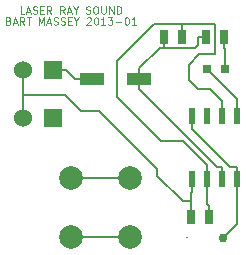
<source format=gtl>
G04 (created by PCBNEW-RS274X (2012-apr-16-27)-stable) date Mon 04 Feb 2013 11:54:55 AM PST*
G01*
G70*
G90*
%MOIN*%
G04 Gerber Fmt 3.4, Leading zero omitted, Abs format*
%FSLAX34Y34*%
G04 APERTURE LIST*
%ADD10C,0.006000*%
%ADD11C,0.002000*%
%ADD12C,0.078700*%
%ADD13R,0.023600X0.055100*%
%ADD14R,0.025000X0.045000*%
%ADD15R,0.060000X0.060000*%
%ADD16C,0.060000*%
%ADD17R,0.078700X0.039400*%
%ADD18R,0.031500X0.031500*%
%ADD19C,0.030000*%
%ADD20C,0.008000*%
G04 APERTURE END LIST*
G54D10*
G54D11*
X57048Y-41201D02*
X56929Y-41201D01*
X56929Y-40951D01*
X57119Y-41130D02*
X57238Y-41130D01*
X57095Y-41201D02*
X57178Y-40951D01*
X57261Y-41201D01*
X57333Y-41189D02*
X57368Y-41201D01*
X57428Y-41201D01*
X57452Y-41189D01*
X57464Y-41177D01*
X57475Y-41154D01*
X57475Y-41130D01*
X57464Y-41106D01*
X57452Y-41094D01*
X57428Y-41082D01*
X57380Y-41070D01*
X57356Y-41058D01*
X57345Y-41046D01*
X57333Y-41023D01*
X57333Y-40999D01*
X57345Y-40975D01*
X57356Y-40963D01*
X57380Y-40951D01*
X57440Y-40951D01*
X57475Y-40963D01*
X57583Y-41070D02*
X57666Y-41070D01*
X57702Y-41201D02*
X57583Y-41201D01*
X57583Y-40951D01*
X57702Y-40951D01*
X57951Y-41201D02*
X57868Y-41082D01*
X57809Y-41201D02*
X57809Y-40951D01*
X57904Y-40951D01*
X57928Y-40963D01*
X57939Y-40975D01*
X57951Y-40999D01*
X57951Y-41035D01*
X57939Y-41058D01*
X57928Y-41070D01*
X57904Y-41082D01*
X57809Y-41082D01*
X58391Y-41201D02*
X58308Y-41082D01*
X58249Y-41201D02*
X58249Y-40951D01*
X58344Y-40951D01*
X58368Y-40963D01*
X58379Y-40975D01*
X58391Y-40999D01*
X58391Y-41035D01*
X58379Y-41058D01*
X58368Y-41070D01*
X58344Y-41082D01*
X58249Y-41082D01*
X58487Y-41130D02*
X58606Y-41130D01*
X58463Y-41201D02*
X58546Y-40951D01*
X58629Y-41201D01*
X58760Y-41082D02*
X58760Y-41201D01*
X58677Y-40951D02*
X58760Y-41082D01*
X58843Y-40951D01*
X59105Y-41189D02*
X59140Y-41201D01*
X59200Y-41201D01*
X59224Y-41189D01*
X59236Y-41177D01*
X59247Y-41154D01*
X59247Y-41130D01*
X59236Y-41106D01*
X59224Y-41094D01*
X59200Y-41082D01*
X59152Y-41070D01*
X59128Y-41058D01*
X59117Y-41046D01*
X59105Y-41023D01*
X59105Y-40999D01*
X59117Y-40975D01*
X59128Y-40963D01*
X59152Y-40951D01*
X59212Y-40951D01*
X59247Y-40963D01*
X59402Y-40951D02*
X59450Y-40951D01*
X59474Y-40963D01*
X59497Y-40987D01*
X59509Y-41035D01*
X59509Y-41118D01*
X59497Y-41165D01*
X59474Y-41189D01*
X59450Y-41201D01*
X59402Y-41201D01*
X59378Y-41189D01*
X59355Y-41165D01*
X59343Y-41118D01*
X59343Y-41035D01*
X59355Y-40987D01*
X59378Y-40963D01*
X59402Y-40951D01*
X59617Y-40951D02*
X59617Y-41154D01*
X59628Y-41177D01*
X59640Y-41189D01*
X59664Y-41201D01*
X59712Y-41201D01*
X59736Y-41189D01*
X59747Y-41177D01*
X59759Y-41154D01*
X59759Y-40951D01*
X59879Y-41201D02*
X59879Y-40951D01*
X60021Y-41201D01*
X60021Y-40951D01*
X60141Y-41201D02*
X60141Y-40951D01*
X60200Y-40951D01*
X60236Y-40963D01*
X60260Y-40987D01*
X60271Y-41011D01*
X60283Y-41058D01*
X60283Y-41094D01*
X60271Y-41142D01*
X60260Y-41165D01*
X60236Y-41189D01*
X60200Y-41201D01*
X60141Y-41201D01*
X56524Y-41440D02*
X56560Y-41452D01*
X56571Y-41464D01*
X56583Y-41488D01*
X56583Y-41524D01*
X56571Y-41547D01*
X56560Y-41559D01*
X56536Y-41571D01*
X56441Y-41571D01*
X56441Y-41321D01*
X56524Y-41321D01*
X56548Y-41333D01*
X56560Y-41345D01*
X56571Y-41369D01*
X56571Y-41393D01*
X56560Y-41416D01*
X56548Y-41428D01*
X56524Y-41440D01*
X56441Y-41440D01*
X56679Y-41500D02*
X56798Y-41500D01*
X56655Y-41571D02*
X56738Y-41321D01*
X56821Y-41571D01*
X57047Y-41571D02*
X56964Y-41452D01*
X56905Y-41571D02*
X56905Y-41321D01*
X57000Y-41321D01*
X57024Y-41333D01*
X57035Y-41345D01*
X57047Y-41369D01*
X57047Y-41405D01*
X57035Y-41428D01*
X57024Y-41440D01*
X57000Y-41452D01*
X56905Y-41452D01*
X57119Y-41321D02*
X57262Y-41321D01*
X57190Y-41571D02*
X57190Y-41321D01*
X57535Y-41571D02*
X57535Y-41321D01*
X57618Y-41500D01*
X57701Y-41321D01*
X57701Y-41571D01*
X57809Y-41500D02*
X57928Y-41500D01*
X57785Y-41571D02*
X57868Y-41321D01*
X57951Y-41571D01*
X58023Y-41559D02*
X58058Y-41571D01*
X58118Y-41571D01*
X58142Y-41559D01*
X58154Y-41547D01*
X58165Y-41524D01*
X58165Y-41500D01*
X58154Y-41476D01*
X58142Y-41464D01*
X58118Y-41452D01*
X58070Y-41440D01*
X58046Y-41428D01*
X58035Y-41416D01*
X58023Y-41393D01*
X58023Y-41369D01*
X58035Y-41345D01*
X58046Y-41333D01*
X58070Y-41321D01*
X58130Y-41321D01*
X58165Y-41333D01*
X58261Y-41559D02*
X58296Y-41571D01*
X58356Y-41571D01*
X58380Y-41559D01*
X58392Y-41547D01*
X58403Y-41524D01*
X58403Y-41500D01*
X58392Y-41476D01*
X58380Y-41464D01*
X58356Y-41452D01*
X58308Y-41440D01*
X58284Y-41428D01*
X58273Y-41416D01*
X58261Y-41393D01*
X58261Y-41369D01*
X58273Y-41345D01*
X58284Y-41333D01*
X58308Y-41321D01*
X58368Y-41321D01*
X58403Y-41333D01*
X58511Y-41440D02*
X58594Y-41440D01*
X58630Y-41571D02*
X58511Y-41571D01*
X58511Y-41321D01*
X58630Y-41321D01*
X58784Y-41452D02*
X58784Y-41571D01*
X58701Y-41321D02*
X58784Y-41452D01*
X58867Y-41321D01*
X59129Y-41345D02*
X59141Y-41333D01*
X59164Y-41321D01*
X59224Y-41321D01*
X59248Y-41333D01*
X59260Y-41345D01*
X59271Y-41369D01*
X59271Y-41393D01*
X59260Y-41428D01*
X59117Y-41571D01*
X59271Y-41571D01*
X59426Y-41321D02*
X59450Y-41321D01*
X59474Y-41333D01*
X59486Y-41345D01*
X59498Y-41369D01*
X59509Y-41416D01*
X59509Y-41476D01*
X59498Y-41524D01*
X59486Y-41547D01*
X59474Y-41559D01*
X59450Y-41571D01*
X59426Y-41571D01*
X59402Y-41559D01*
X59390Y-41547D01*
X59379Y-41524D01*
X59367Y-41476D01*
X59367Y-41416D01*
X59379Y-41369D01*
X59390Y-41345D01*
X59402Y-41333D01*
X59426Y-41321D01*
X59747Y-41571D02*
X59605Y-41571D01*
X59676Y-41571D02*
X59676Y-41321D01*
X59652Y-41357D01*
X59628Y-41381D01*
X59605Y-41393D01*
X59831Y-41321D02*
X59985Y-41321D01*
X59902Y-41416D01*
X59938Y-41416D01*
X59962Y-41428D01*
X59974Y-41440D01*
X59985Y-41464D01*
X59985Y-41524D01*
X59974Y-41547D01*
X59962Y-41559D01*
X59938Y-41571D01*
X59866Y-41571D01*
X59843Y-41559D01*
X59831Y-41547D01*
X60093Y-41476D02*
X60283Y-41476D01*
X60450Y-41321D02*
X60474Y-41321D01*
X60498Y-41333D01*
X60510Y-41345D01*
X60522Y-41369D01*
X60533Y-41416D01*
X60533Y-41476D01*
X60522Y-41524D01*
X60510Y-41547D01*
X60498Y-41559D01*
X60474Y-41571D01*
X60450Y-41571D01*
X60426Y-41559D01*
X60414Y-41547D01*
X60403Y-41524D01*
X60391Y-41476D01*
X60391Y-41416D01*
X60403Y-41369D01*
X60414Y-41345D01*
X60426Y-41333D01*
X60450Y-41321D01*
X60771Y-41571D02*
X60629Y-41571D01*
X60700Y-41571D02*
X60700Y-41321D01*
X60676Y-41357D01*
X60652Y-41381D01*
X60629Y-41393D01*
G54D12*
X60574Y-46681D03*
X60574Y-48649D03*
X58606Y-48649D03*
X58606Y-46681D03*
G54D13*
X62640Y-44615D03*
X62640Y-46715D03*
X63140Y-44615D03*
X63640Y-44615D03*
X64140Y-44615D03*
X63140Y-46715D03*
X63640Y-46715D03*
X64140Y-46715D03*
G54D14*
X63190Y-47965D03*
X62590Y-47965D03*
X63090Y-41965D03*
X63690Y-41965D03*
X62290Y-41965D03*
X61690Y-41965D03*
G54D15*
X57990Y-44665D03*
G54D16*
X56990Y-44665D03*
G54D15*
X57990Y-43065D03*
G54D16*
X56990Y-43065D03*
G54D17*
X59303Y-43365D03*
X60877Y-43365D03*
G54D18*
X63145Y-43040D03*
X63735Y-43040D03*
G54D19*
X63660Y-48680D03*
G54D20*
X62480Y-48649D02*
X62480Y-48640D01*
X62480Y-48640D02*
X62480Y-48649D01*
X64140Y-46715D02*
X64140Y-48200D01*
X64140Y-48200D02*
X63660Y-48680D01*
X63903Y-46296D02*
X62640Y-45033D01*
X64140Y-46296D02*
X63903Y-46296D01*
X64140Y-46715D02*
X64140Y-46296D01*
X62640Y-44615D02*
X62640Y-45033D01*
X58606Y-48649D02*
X60574Y-48649D01*
X62640Y-46715D02*
X62640Y-47133D01*
X62590Y-47965D02*
X62590Y-47460D01*
X62590Y-47420D02*
X62590Y-47183D01*
X62590Y-47460D02*
X62590Y-47420D01*
X56990Y-43900D02*
X57000Y-43890D01*
X62590Y-47183D02*
X62640Y-47133D01*
X56990Y-43900D02*
X56990Y-44665D01*
X56990Y-43065D02*
X56990Y-43860D01*
X56990Y-43860D02*
X56990Y-43900D01*
X57000Y-43890D02*
X57000Y-43860D01*
X62590Y-47460D02*
X62320Y-47460D01*
X58400Y-43900D02*
X56990Y-43900D01*
X58940Y-44440D02*
X58400Y-43900D01*
X59540Y-44440D02*
X58940Y-44440D01*
X61480Y-46380D02*
X59540Y-44440D01*
X61480Y-46620D02*
X61480Y-46380D01*
X62320Y-47460D02*
X61480Y-46620D01*
X57000Y-43860D02*
X56990Y-43860D01*
X64140Y-44035D02*
X64140Y-44615D01*
X63145Y-43040D02*
X64140Y-44035D01*
X58606Y-46681D02*
X60574Y-46681D01*
X58733Y-43365D02*
X58433Y-43065D01*
X59303Y-43365D02*
X58733Y-43365D01*
X57990Y-43065D02*
X58433Y-43065D01*
X63640Y-46715D02*
X63640Y-46296D01*
X61690Y-42333D02*
X62722Y-42333D01*
X62722Y-42333D02*
X62822Y-42233D01*
X61690Y-42287D02*
X61690Y-42333D01*
X60877Y-43195D02*
X60877Y-43365D01*
X63468Y-46296D02*
X63640Y-46296D01*
X60877Y-43705D02*
X63468Y-46296D01*
X61690Y-41965D02*
X61690Y-42287D01*
X60877Y-43025D02*
X61569Y-42333D01*
X61569Y-42333D02*
X61690Y-42333D01*
X63090Y-41965D02*
X62822Y-41965D01*
X62822Y-42233D02*
X62822Y-41965D01*
X60877Y-43195D02*
X60877Y-43025D01*
X60877Y-43365D02*
X60877Y-43705D01*
X63190Y-47965D02*
X63190Y-47597D01*
X63190Y-47597D02*
X63140Y-47547D01*
X63140Y-47547D02*
X63140Y-46715D01*
X63140Y-46260D02*
X63140Y-46715D01*
X62320Y-45440D02*
X63140Y-46260D01*
X61600Y-45440D02*
X62320Y-45440D01*
X60140Y-43980D02*
X61600Y-45440D01*
X60140Y-42780D02*
X60140Y-43980D01*
X61380Y-41540D02*
X60140Y-42780D01*
X62520Y-43400D02*
X62520Y-42920D01*
X63400Y-41540D02*
X63400Y-42560D01*
X63640Y-44120D02*
X63220Y-43700D01*
X62300Y-41560D02*
X62300Y-41540D01*
X62300Y-41550D02*
X62300Y-41560D01*
X62520Y-42920D02*
X62880Y-42560D01*
X62880Y-42560D02*
X63400Y-42560D01*
X63640Y-44615D02*
X63640Y-44120D01*
X62300Y-41540D02*
X61380Y-41540D01*
X63400Y-41540D02*
X62300Y-41540D01*
X62290Y-41540D02*
X62300Y-41550D01*
X62290Y-41965D02*
X62290Y-41540D01*
X62820Y-43700D02*
X62520Y-43400D01*
X63220Y-43700D02*
X62820Y-43700D01*
X63735Y-42378D02*
X63690Y-42333D01*
X63735Y-43040D02*
X63735Y-42378D01*
X63690Y-41965D02*
X63690Y-42333D01*
M02*

</source>
